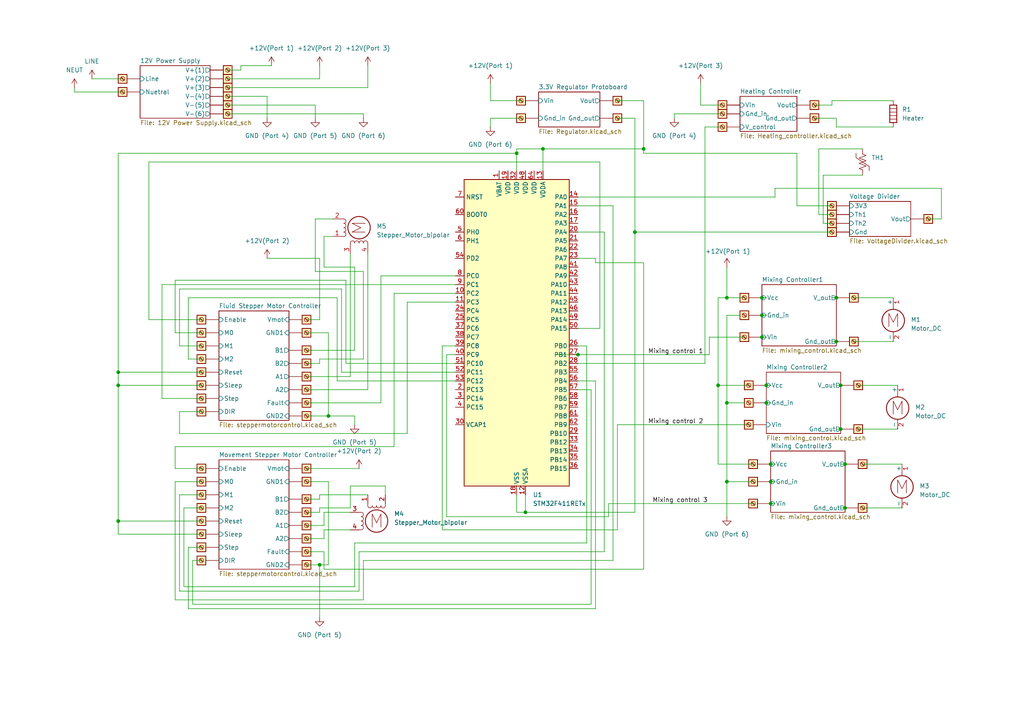
<source format=kicad_sch>
(kicad_sch (version 20250114) (generator "eeschema") (generator_version "9.0")
  (paper "A4")
  (title_block (title "Wet Dry Cycling Engineering Schematic") (date "2025-05-05") (rev "V1.3"))
  (lib_symbols
    (symbol "Connector:Screw_Terminal_01x01" (pin_numbers (hide yes)) (pin_names (offset 1.016) (hide yes))
      (property "Reference" "J" (at 0 2.54 0))
      (property "Value" "Screw_Terminal_01x01" (at 0 -2.54 0))
      (symbol "Screw_Terminal_01x01_1_1"
        (rectangle (start -1.27 1.27) (end 1.27 -1.27) (stroke (width 0.254)) (fill (type background)))
        (polyline (pts (xy -0.5334 0.3302) (xy 0.3302 -0.508)) (stroke (width 0.1524)))
        (polyline (pts (xy -0.3556 0.508) (xy 0.508 -0.3302)) (stroke (width 0.1524)))
        (circle (center 0 0) (radius 0.635) (stroke (width 0.1524)))
        (pin passive line (at -5.08 0 0) (length 3.81) (name "Pin_1") (number "1"))
      )
    )
    (symbol "Device:Heater" (pin_numbers (hide yes)) (pin_names (offset 0))
      (property "Reference" "R" (at 2.032 0 90))
      (property "Value" "Heater" (at -2.032 0 90))
      (symbol "Heater_0_1"
        (polyline (pts (xy -1.016 1.524) (xy 1.016 1.524)))
        (rectangle (start -1.016 -2.54) (end 1.016 2.54) (stroke (width 0.254)))
        (polyline (pts (xy 1.016 0.508) (xy -1.016 0.508)))
        (polyline (pts (xy 1.016 -0.508) (xy -1.016 -0.508)))
        (polyline (pts (xy 1.016 -1.524) (xy -1.016 -1.524)))
      )
      (symbol "Heater_1_1"
        (pin passive line (at 0 3.81 270) (length 1.27) (name "~") (number "1"))
        (pin passive line (at 0 -3.81 90) (length 1.27) (name "~") (number "2"))
      )
    )
    (symbol "Device:Thermistor_US" (pin_numbers (hide yes)) (pin_names (offset 0))
      (property "Reference" "TH" (at 2.54 1.27 90))
      (property "Value" "Thermistor_US" (at -2.54 0 90))
      (symbol "Thermistor_US_0_1"
        (polyline (pts (xy -1.905 2.54) (xy -1.905 1.27) (xy 1.905 -1.27)))
        (polyline (pts (xy 0 2.286) (xy 0 2.54)))
        (polyline (pts (xy 0 2.286) (xy 1.016 1.905) (xy 0 1.524) (xy -1.016 1.143) (xy 0 0.762)))
        (polyline (pts (xy 0 0.762) (xy 1.016 0.381) (xy 0 0) (xy -1.016 -0.381) (xy 0 -0.762)))
        (polyline (pts (xy 0 -0.762) (xy 1.016 -1.143) (xy 0 -1.524) (xy -1.016 -1.905) (xy 0 -2.286)))
        (polyline (pts (xy 0 -2.286) (xy 0 -2.54)))
        (polyline (pts (xy 1.905 -1.27) (xy 1.905 -2.54)))
      )
      (symbol "Thermistor_US_1_1"
        (pin passive line (at 0 3.81 270) (length 1.27) (name "~") (number "1"))
        (pin passive line (at 0 -3.81 90) (length 1.27) (name "~") (number "2"))
      )
    )
    (symbol "MCU_ST_STM32F4:STM32F411RETx"
      (property "Reference" "U" (at -15.24 46.99 0))
      (property "Value" "STM32F411RETx" (at 10.16 46.99 0))
      (symbol "STM32F411RETx_0_1"
        (rectangle (start -15.24 -43.18) (end 15.24 45.72) (stroke (width 0.254)) (fill (type background)))
      )
      (symbol "STM32F411RETx_1_1"
        (pin input line (at -17.78 40.64 0) (length 2.54) (name "NRST") (number "7"))
        (pin input line (at -17.78 35.56 0) (length 2.54) (name "BOOT0") (number "60"))
        (pin bidirectional line (at -17.78 30.48 0) (length 2.54) (name "PH0") (number "5"))
        (pin bidirectional line (at -17.78 27.94 0) (length 2.54) (name "PH1") (number "6"))
        (pin bidirectional line (at -17.78 22.86 0) (length 2.54) (name "PD2") (number "54"))
        (pin bidirectional line (at -17.78 17.78 0) (length 2.54) (name "PC0") (number "8"))
        (pin bidirectional line (at -17.78 15.24 0) (length 2.54) (name "PC1") (number "9"))
        (pin bidirectional line (at -17.78 12.7 0) (length 2.54) (name "PC2") (number "10"))
        (pin bidirectional line (at -17.78 10.16 0) (length 2.54) (name "PC3") (number "11"))
        (pin bidirectional line (at -17.78 7.62 0) (length 2.54) (name "PC4") (number "24"))
        (pin bidirectional line (at -17.78 5.08 0) (length 2.54) (name "PC5") (number "25"))
        (pin bidirectional line (at -17.78 2.54 0) (length 2.54) (name "PC6") (number "37"))
        (pin bidirectional line (at -17.78 0 0) (length 2.54) (name "PC7") (number "38"))
        (pin bidirectional line (at -17.78 -2.54 0) (length 2.54) (name "PC8") (number "39"))
        (pin bidirectional line (at -17.78 -5.08 0) (length 2.54) (name "PC9") (number "40"))
        (pin bidirectional line (at -17.78 -7.62 0) (length 2.54) (name "PC10") (number "51"))
        (pin bidirectional line (at -17.78 -10.16 0) (length 2.54) (name "PC11") (number "52"))
        (pin bidirectional line (at -17.78 -12.7 0) (length 2.54) (name "PC12") (number "53"))
        (pin bidirectional line (at -17.78 -15.24 0) (length 2.54) (name "PC13") (number "2"))
        (pin bidirectional line (at -17.78 -17.78 0) (length 2.54) (name "PC14") (number "3"))
        (pin bidirectional line (at -17.78 -20.32 0) (length 2.54) (name "PC15") (number "4"))
        (pin power_out line (at -17.78 -25.4 0) (length 2.54) (name "VCAP1") (number "30"))
        (pin power_in line (at -5.08 48.26 270) (length 2.54) (name "VBAT") (number "1"))
        (pin power_in line (at -2.54 48.26 270) (length 2.54) (name "VDD") (number "19"))
        (pin power_in line (at 0 48.26 270) (length 2.54) (name "VDD") (number "32"))
        (pin power_in line (at 0 -45.72 90) (length 2.54) (name "VSS") (number "18"))
        (pin passive line (at 0 -45.72 90) (length 2.54) (hide yes) (name "VSS") (number "31"))
        (pin passive line (at 0 -45.72 90) (length 2.54) (hide yes) (name "VSS") (number "47"))
        (pin passive line (at 0 -45.72 90) (length 2.54) (hide yes) (name "VSS") (number "63"))
        (pin power_in line (at 2.54 48.26 270) (length 2.54) (name "VDD") (number "48"))
        (pin power_in line (at 2.54 -45.72 90) (length 2.54) (name "VSSA") (number "12"))
        (pin power_in line (at 5.08 48.26 270) (length 2.54) (name "VDD") (number "64"))
        (pin power_in line (at 7.62 48.26 270) (length 2.54) (name "VDDA") (number "13"))
        (pin bidirectional line (at 17.78 40.64 180) (length 2.54) (name "PA0") (number "14"))
        (pin bidirectional line (at 17.78 38.1 180) (length 2.54) (name "PA1") (number "15"))
        (pin bidirectional line (at 17.78 35.56 180) (length 2.54) (name "PA2") (number "16"))
        (pin bidirectional line (at 17.78 33.02 180) (length 2.54) (name "PA3") (number "17"))
        (pin bidirectional line (at 17.78 30.48 180) (length 2.54) (name "PA4") (number "20"))
        (pin bidirectional line (at 17.78 27.94 180) (length 2.54) (name "PA5") (number "21"))
        (pin bidirectional line (at 17.78 25.4 180) (length 2.54) (name "PA6") (number "22"))
        (pin bidirectional line (at 17.78 22.86 180) (length 2.54) (name "PA7") (number "23"))
        (pin bidirectional line (at 17.78 20.32 180) (length 2.54) (name "PA8") (number "41"))
        (pin bidirectional line (at 17.78 17.78 180) (length 2.54) (name "PA9") (number "42"))
        (pin bidirectional line (at 17.78 15.24 180) (length 2.54) (name "PA10") (number "43"))
        (pin bidirectional line (at 17.78 12.7 180) (length 2.54) (name "PA11") (number "44"))
        (pin bidirectional line (at 17.78 10.16 180) (length 2.54) (name "PA12") (number "45"))
        (pin bidirectional line (at 17.78 7.62 180) (length 2.54) (name "PA13") (number "46"))
        (pin bidirectional line (at 17.78 5.08 180) (length 2.54) (name "PA14") (number "49"))
        (pin bidirectional line (at 17.78 2.54 180) (length 2.54) (name "PA15") (number "50"))
        (pin bidirectional line (at 17.78 -2.54 180) (length 2.54) (name "PB0") (number "26"))
        (pin bidirectional line (at 17.78 -5.08 180) (length 2.54) (name "PB1") (number "27"))
        (pin bidirectional line (at 17.78 -7.62 180) (length 2.54) (name "PB2") (number "28"))
        (pin bidirectional line (at 17.78 -10.16 180) (length 2.54) (name "PB3") (number "55"))
        (pin bidirectional line (at 17.78 -12.7 180) (length 2.54) (name "PB4") (number "56"))
        (pin bidirectional line (at 17.78 -15.24 180) (length 2.54) (name "PB5") (number "57"))
        (pin bidirectional line (at 17.78 -17.78 180) (length 2.54) (name "PB6") (number "58"))
        (pin bidirectional line (at 17.78 -20.32 180) (length 2.54) (name "PB7") (number "59"))
        (pin bidirectional line (at 17.78 -22.86 180) (length 2.54) (name "PB8") (number "61"))
        (pin bidirectional line (at 17.78 -25.4 180) (length 2.54) (name "PB9") (number "62"))
        (pin bidirectional line (at 17.78 -27.94 180) (length 2.54) (name "PB10") (number "29"))
        (pin bidirectional line (at 17.78 -30.48 180) (length 2.54) (name "PB12") (number "33"))
        (pin bidirectional line (at 17.78 -33.02 180) (length 2.54) (name "PB13") (number "34"))
        (pin bidirectional line (at 17.78 -35.56 180) (length 2.54) (name "PB14") (number "35"))
        (pin bidirectional line (at 17.78 -38.1 180) (length 2.54) (name "PB15") (number "36"))
      )
    )
    (symbol "Motor:Motor_DC" (pin_names (offset 0))
      (property "Reference" "M" (at 2.54 2.54 0))
      (property "Value" "Motor_DC" (at 2.54 -5.08 0))
      (symbol "Motor_DC_0_0"
        (polyline (pts (xy -1.27 -3.302) (xy -1.27 0.508) (xy 0 -2.032) (xy 1.27 0.508) (xy 1.27 -3.302)))
      )
      (symbol "Motor_DC_0_1"
        (polyline (pts (xy 0 2.032) (xy 0 2.54)))
        (polyline (pts (xy 0 1.7272) (xy 0 2.0828)))
        (circle (center 0 -1.524) (radius 3.2512) (stroke (width 0.254)))
        (polyline (pts (xy 0 -4.7752) (xy 0 -5.1816)))
        (polyline (pts (xy 0 -7.62) (xy 0 -7.112)))
      )
      (symbol "Motor_DC_1_1"
        (pin passive line (at 0 5.08 270) (length 2.54) (name "+") (number "1"))
        (pin passive line (at 0 -7.62 90) (length 2.54) (name "-") (number "2"))
      )
    )
    (symbol "Motor:Stepper_Motor_bipolar" (pin_names (offset 0) (hide yes))
      (property "Reference" "M" (at 3.81 2.54 0))
      (property "Value" "Stepper_Motor_bipolar" (at 3.81 1.27 0))
      (symbol "Stepper_Motor_bipolar_0_0"
        (polyline (pts (xy -1.27 -1.778) (xy -1.27 2.032) (xy 0 -0.508) (xy 1.27 2.032) (xy 1.27 -1.778)))
      )
      (symbol "Stepper_Motor_bipolar_0_1"
        (polyline (pts (xy -5.08 2.54) (xy -4.445 2.54)))
        (polyline (pts (xy -5.08 -2.54) (xy -4.445 -2.54)))
        (arc (start -4.445 2.54) (mid -3.8127 1.905) (end -4.445 1.27))
        (arc (start -4.445 1.27) (mid -3.8127 0.635) (end -4.445 0))
        (arc (start -4.445 0) (mid -3.8127 -0.635) (end -4.445 -1.27))
        (arc (start -4.445 -1.27) (mid -3.8127 -1.905) (end -4.445 -2.54))
        (polyline (pts (xy -2.54 5.08) (xy -2.54 4.445)))
        (arc (start -1.27 4.445) (mid -1.905 3.8127) (end -2.54 4.445))
        (arc (start 0 4.445) (mid -0.635 3.8127) (end -1.27 4.445))
        (circle (center 0 0) (radius 3.2512) (stroke (width 0.254)))
        (arc (start 1.27 4.445) (mid 0.635 3.8127) (end 0 4.445))
        (arc (start 2.54 4.445) (mid 1.905 3.8127) (end 1.27 4.445))
        (polyline (pts (xy 2.54 5.08) (xy 2.54 4.445)))
      )
      (symbol "Stepper_Motor_bipolar_1_1"
        (pin passive line (at -7.62 2.54 0) (length 2.54) (name "~") (number "3"))
        (pin passive line (at -7.62 -2.54 0) (length 2.54) (name "~") (number "4"))
        (pin passive line (at -2.54 7.62 270) (length 2.54) (name "~") (number "1"))
        (pin passive line (at 2.54 7.62 270) (length 2.54) (name "-") (number "2"))
      )
    )
    (symbol "power:+12V" (power) (pin_numbers (hide yes)) (pin_names (offset 0) (hide yes))
      (property "Value" "+12V" (at 0 3.556 0))
      (symbol "+12V_0_1"
        (polyline (pts (xy -0.762 1.27) (xy 0 2.54)))
        (polyline (pts (xy 0 2.54) (xy 0.762 1.27)))
        (polyline (pts (xy 0 0) (xy 0 2.54)))
      )
      (symbol "+12V_1_1"
        (pin power_in line (at 0 0 90) (length 0) (name "~") (number "1"))
      )
    )
    (symbol "power:GND" (power) (pin_numbers (hide yes)) (pin_names (offset 0) (hide yes))
      (property "Value" "GND" (at 0 -3.81 0))
      (symbol "GND_0_1"
        (polyline (pts (xy 0 0) (xy 0 -1.27) (xy 1.27 -1.27) (xy 0 -2.54) (xy -1.27 -1.27) (xy 0 -1.27)))
      )
      (symbol "GND_1_1"
        (pin power_in line (at 0 0 270) (length 0) (name "~") (number "1"))
      )
    )
    (symbol "power:LINE" (power) (pin_numbers (hide yes)) (pin_names (offset 0) (hide yes))
      (property "Value" "LINE" (at 0 3.556 0))
      (symbol "LINE_0_1"
        (polyline (pts (xy -0.762 1.27) (xy 0 2.54)))
        (polyline (pts (xy 0 2.54) (xy 0.762 1.27)))
        (polyline (pts (xy 0 0) (xy 0 2.54)))
      )
      (symbol "LINE_1_1"
        (pin power_in line (at 0 0 90) (length 0) (name "~") (number "1"))
      )
    )
    (symbol "power:NEUT" (power) (pin_numbers (hide yes)) (pin_names (offset 0) (hide yes))
      (property "Value" "NEUT" (at 0 3.556 0))
      (symbol "NEUT_0_1"
        (polyline (pts (xy -0.762 1.27) (xy 0 2.54)))
        (polyline (pts (xy 0 2.54) (xy 0.762 1.27)))
        (polyline (pts (xy 0 0) (xy 0 2.54)))
      )
      (symbol "NEUT_1_1"
        (pin power_in line (at 0 0 90) (length 0) (name "~") (number "1"))
      )
    )
  )
  (junction (at 157.48 43.18))
  (junction (at 222.25 116.84))
  (junction (at 223.52 146.05))
  (junction (at 95.25 120.65))
  (junction (at 243.84 111.76))
  (junction (at 220.98 97.79))
  (junction (at 149.86 44.45))
  (junction (at 210.82 116.84))
  (junction (at 223.52 134.62))
  (junction (at 210.82 139.7))
  (junction (at 223.52 139.7))
  (junction (at 167.64 102.87))
  (junction (at 184.15 67.31))
  (junction (at 245.11 134.62))
  (junction (at 220.98 91.44))
  (junction (at 34.29 107.95))
  (junction (at 242.57 86.36))
  (junction (at 243.84 124.46))
  (junction (at 208.28 111.76))
  (junction (at 34.29 111.76))
  (junction (at 222.25 111.76))
  (junction (at 210.82 86.36))
  (junction (at 186.69 43.18))
  (junction (at 245.11 147.32))
  (junction (at 242.57 99.06))
  (junction (at 34.29 151.13))
  (junction (at 92.71 163.83))
  (junction (at 152.4 148.59))
  (junction (at 220.98 86.36))
  (wire (pts (xy 161.29 102.87) (xy 167.64 102.87)))
  (wire (pts (xy 210.82 116.84) (xy 210.82 139.7)))
  (wire (pts (xy 102.87 77.47) (xy 102.87 101.6)))
  (wire (pts (xy 92.71 163.83) (xy 92.71 179.07)))
  (wire (pts (xy 101.6 148.59) (xy 93.98 148.59)))
  (wire (pts (xy 224.79 54.61) (xy 273.05 54.61)))
  (wire (pts (xy 167.64 59.69) (xy 177.8 59.69)))
  (wire (pts (xy 88.9 120.65) (xy 95.25 120.65)))
  (wire (pts (xy 224.79 57.15) (xy 224.79 54.61)))
  (wire (pts (xy 149.86 143.51) (xy 149.86 148.59)))
  (wire (pts (xy 88.9 109.22) (xy 101.6 109.22)))
  (wire (pts (xy 149.86 43.18) (xy 157.48 43.18)))
  (wire (pts (xy 273.05 54.61) (xy 273.05 63.5)))
  (wire (pts (xy 106.68 143.51) (xy 92.71 143.51)))
  (wire (pts (xy 114.3 129.54) (xy 50.8 129.54)))
  (wire (pts (xy 132.08 82.55) (xy 46.99 82.55)))
  (wire (pts (xy 92.71 19.05) (xy 92.71 22.86)))
  (wire (pts (xy 88.9 144.78) (xy 92.71 144.78)))
  (wire (pts (xy 132.08 110.49) (xy 97.79 110.49)))
  (wire (pts (xy 92.71 147.32) (xy 92.71 148.59)))
  (wire (pts (xy 184.15 67.31) (xy 241.3 67.31)))
  (wire (pts (xy 128.27 100.33) (xy 128.27 153.67)))
  (wire (pts (xy 34.29 107.95) (xy 34.29 111.76)))
  (wire (pts (xy 102.87 120.65) (xy 95.25 120.65)))
  (wire (pts (xy 167.64 67.31) (xy 175.26 67.31)))
  (wire (pts (xy 172.72 76.2) (xy 186.69 76.2)))
  (wire (pts (xy 247.65 86.36) (xy 259.08 86.36)))
  (wire (pts (xy 204.47 36.83) (xy 209.55 36.83)))
  (wire (pts (xy 149.86 148.59) (xy 152.4 148.59)))
  (wire (pts (xy 53.34 170.18) (xy 53.34 147.32)))
  (wire (pts (xy 53.34 147.32) (xy 58.42 147.32)))
  (wire (pts (xy 46.99 82.55) (xy 46.99 115.57)))
  (wire (pts (xy 205.74 97.79) (xy 215.9 97.79)))
  (wire (pts (xy 129.54 102.87) (xy 129.54 149.86)))
  (wire (pts (xy 118.11 125.73) (xy 52.07 125.73)))
  (wire (pts (xy 88.9 163.83) (xy 92.71 163.83)))
  (wire (pts (xy 210.82 139.7) (xy 210.82 149.86)))
  (wire (pts (xy 43.18 46.99) (xy 43.18 92.71)))
  (wire (pts (xy 97.79 110.49) (xy 97.79 86.36)))
  (wire (pts (xy 21.59 25.4) (xy 21.59 26.67)))
  (wire (pts (xy 248.92 124.46) (xy 260.35 124.46)))
  (wire (pts (xy 149.86 44.45) (xy 149.86 49.53)))
  (wire (pts (xy 186.69 29.21) (xy 186.69 43.18)))
  (wire (pts (xy 186.69 76.2) (xy 186.69 165.1)))
  (wire (pts (xy 96.52 68.58) (xy 93.98 68.58)))
  (wire (pts (xy 110.49 80.01) (xy 110.49 116.84)))
  (wire (pts (xy 34.29 151.13) (xy 58.42 151.13)))
  (wire (pts (xy 88.9 96.52) (xy 95.25 96.52)))
  (wire (pts (xy 132.08 105.41) (xy 100.33 105.41)))
  (wire (pts (xy 142.24 29.21) (xy 151.13 29.21)))
  (wire (pts (xy 50.8 81.28) (xy 50.8 96.52)))
  (wire (pts (xy 54.61 86.36) (xy 54.61 104.14)))
  (wire (pts (xy 250.19 43.18) (xy 237.49 43.18)))
  (wire (pts (xy 88.9 139.7) (xy 95.25 139.7)))
  (wire (pts (xy 132.08 107.95) (xy 99.06 107.95)))
  (wire (pts (xy 92.71 104.14) (xy 92.71 105.41)))
  (wire (pts (xy 54.61 104.14) (xy 58.42 104.14)))
  (wire (pts (xy 52.07 171.45) (xy 52.07 143.51)))
  (wire (pts (xy 93.98 165.1) (xy 93.98 160.02)))
  (wire (pts (xy 238.76 64.77) (xy 241.3 64.77)))
  (wire (pts (xy 210.82 77.47) (xy 210.82 86.36)))
  (wire (pts (xy 105.41 104.14) (xy 92.71 104.14)))
  (wire (pts (xy 175.26 67.31) (xy 175.26 160.02)))
  (wire (pts (xy 52.07 100.33) (xy 58.42 100.33)))
  (wire (pts (xy 92.71 163.83) (xy 95.25 163.83)))
  (wire (pts (xy 210.82 86.36) (xy 215.9 86.36)))
  (wire (pts (xy 118.11 87.63) (xy 118.11 125.73)))
  (wire (pts (xy 149.86 44.45) (xy 34.29 44.45)))
  (wire (pts (xy 21.59 26.67) (xy 35.56 26.67)))
  (wire (pts (xy 177.8 162.56) (xy 105.41 162.56)))
  (wire (pts (xy 101.6 73.66) (xy 101.6 109.22)))
  (wire (pts (xy 128.27 153.67) (xy 179.07 153.67)))
  (wire (pts (xy 208.28 111.76) (xy 217.17 111.76)))
  (wire (pts (xy 88.9 116.84) (xy 110.49 116.84)))
  (wire (pts (xy 167.64 113.03) (xy 171.45 113.03)))
  (wire (pts (xy 88.9 101.6) (xy 102.87 101.6)))
  (wire (pts (xy 91.44 78.74) (xy 105.41 78.74)))
  (wire (pts (xy 250.19 50.8) (xy 238.76 50.8)))
  (wire (pts (xy 157.48 43.18) (xy 186.69 43.18)))
  (wire (pts (xy 170.18 100.33) (xy 170.18 157.48)))
  (wire (pts (xy 142.24 24.13) (xy 142.24 29.21)))
  (wire (pts (xy 114.3 85.09) (xy 114.3 129.54)))
  (wire (pts (xy 250.19 134.62) (xy 261.62 134.62)))
  (wire (pts (xy 100.33 81.28) (xy 50.8 81.28)))
  (wire (pts (xy 210.82 116.84) (xy 215.9 116.84)))
  (wire (pts (xy 208.28 134.62) (xy 218.44 134.62)))
  (wire (pts (xy 220.98 91.44) (xy 222.25 91.44)))
  (wire (pts (xy 77.47 34.29) (xy 77.47 27.94)))
  (wire (pts (xy 210.82 139.7) (xy 218.44 139.7)))
  (wire (pts (xy 222.25 111.76) (xy 223.52 111.76)))
  (wire (pts (xy 175.26 160.02) (xy 104.14 160.02)))
  (wire (pts (xy 132.08 80.01) (xy 110.49 80.01)))
  (wire (pts (xy 132.08 100.33) (xy 128.27 100.33)))
  (wire (pts (xy 203.2 30.48) (xy 209.55 30.48)))
  (wire (pts (xy 167.64 100.33) (xy 170.18 100.33)))
  (wire (pts (xy 243.84 147.32) (xy 245.11 147.32)))
  (wire (pts (xy 26.67 22.86) (xy 35.56 22.86)))
  (wire (pts (xy 97.79 86.36) (xy 54.61 86.36)))
  (wire (pts (xy 259.08 29.21) (xy 241.3 29.21)))
  (wire (pts (xy 205.74 97.79) (xy 205.74 102.87)))
  (wire (pts (xy 167.64 102.87) (xy 205.74 102.87)))
  (wire (pts (xy 93.98 153.67) (xy 93.98 156.21)))
  (wire (pts (xy 142.24 34.29) (xy 151.13 34.29)))
  (wire (pts (xy 66.04 27.94) (xy 77.47 27.94)))
  (wire (pts (xy 93.98 77.47) (xy 102.87 77.47)))
  (wire (pts (xy 105.41 162.56) (xy 105.41 173.99)))
  (wire (pts (xy 195.58 33.02) (xy 209.55 33.02)))
  (wire (pts (xy 242.57 124.46) (xy 243.84 124.46)))
  (wire (pts (xy 237.49 43.18) (xy 237.49 62.23)))
  (wire (pts (xy 179.07 29.21) (xy 186.69 29.21)))
  (wire (pts (xy 34.29 107.95) (xy 58.42 107.95)))
  (wire (pts (xy 88.9 92.71) (xy 92.71 92.71)))
  (wire (pts (xy 106.68 19.05) (xy 106.68 25.4)))
  (wire (pts (xy 208.28 111.76) (xy 208.28 134.62)))
  (wire (pts (xy 102.87 123.19) (xy 102.87 120.65)))
  (wire (pts (xy 50.8 96.52) (xy 58.42 96.52)))
  (wire (pts (xy 55.88 162.56) (xy 58.42 162.56)))
  (wire (pts (xy 52.07 119.38) (xy 58.42 119.38)))
  (wire (pts (xy 43.18 92.71) (xy 58.42 92.71)))
  (wire (pts (xy 88.9 152.4) (xy 93.98 152.4)))
  (wire (pts (xy 167.64 110.49) (xy 172.72 110.49)))
  (wire (pts (xy 92.71 143.51) (xy 92.71 144.78)))
  (wire (pts (xy 220.98 97.79) (xy 222.25 97.79)))
  (wire (pts (xy 58.42 111.76) (xy 34.29 111.76)))
  (wire (pts (xy 223.52 134.62) (xy 224.79 134.62)))
  (wire (pts (xy 195.58 34.29) (xy 195.58 33.02)))
  (wire (pts (xy 93.98 148.59) (xy 93.98 152.4)))
  (wire (pts (xy 99.06 107.95) (xy 99.06 83.82)))
  (wire (pts (xy 167.64 95.25) (xy 173.99 95.25)))
  (wire (pts (xy 95.25 96.52) (xy 95.25 120.65)))
  (wire (pts (xy 173.99 95.25) (xy 173.99 46.99)))
  (wire (pts (xy 231.14 44.45) (xy 231.14 59.69)))
  (wire (pts (xy 152.4 148.59) (xy 184.15 148.59)))
  (wire (pts (xy 157.48 49.53) (xy 157.48 43.18)))
  (wire (pts (xy 236.22 30.48) (xy 241.3 30.48)))
  (wire (pts (xy 132.08 87.63) (xy 118.11 87.63)))
  (wire (pts (xy 172.72 74.93) (xy 167.64 74.93)))
  (wire (pts (xy 210.82 86.36) (xy 208.28 86.36)))
  (wire (pts (xy 105.41 34.29) (xy 105.41 33.02)))
  (wire (pts (xy 172.72 176.53) (xy 54.61 176.53)))
  (wire (pts (xy 50.8 173.99) (xy 50.8 139.7)))
  (wire (pts (xy 104.14 171.45) (xy 52.07 171.45)))
  (wire (pts (xy 66.04 30.48) (xy 91.44 30.48)))
  (wire (pts (xy 100.33 105.41) (xy 100.33 81.28)))
  (wire (pts (xy 66.04 20.32) (xy 69.85 20.32)))
  (wire (pts (xy 105.41 78.74) (xy 105.41 104.14)))
  (wire (pts (xy 152.4 143.51) (xy 152.4 148.59)))
  (wire (pts (xy 242.57 36.83) (xy 242.57 34.29)))
  (wire (pts (xy 92.71 74.93) (xy 92.71 92.71)))
  (wire (pts (xy 171.45 175.26) (xy 55.88 175.26)))
  (wire (pts (xy 101.6 140.97) (xy 101.6 147.32)))
  (wire (pts (xy 101.6 147.32) (xy 92.71 147.32)))
  (wire (pts (xy 149.86 43.18) (xy 149.86 44.45)))
  (wire (pts (xy 208.28 86.36) (xy 208.28 111.76)))
  (wire (pts (xy 78.74 19.05) (xy 69.85 19.05)))
  (wire (pts (xy 104.14 160.02) (xy 104.14 171.45)))
  (wire (pts (xy 242.57 111.76) (xy 243.84 111.76)))
  (wire (pts (xy 241.3 99.06) (xy 242.57 99.06)))
  (wire (pts (xy 176.53 146.05) (xy 176.53 149.86)))
  (wire (pts (xy 101.6 153.67) (xy 93.98 153.67)))
  (wire (pts (xy 237.49 62.23) (xy 241.3 62.23)))
  (wire (pts (xy 50.8 139.7) (xy 58.42 139.7)))
  (wire (pts (xy 91.44 63.5) (xy 91.44 78.74)))
  (wire (pts (xy 247.65 99.06) (xy 259.08 99.06)))
  (wire (pts (xy 210.82 91.44) (xy 210.82 116.84)))
  (wire (pts (xy 96.52 63.5) (xy 91.44 63.5)))
  (wire (pts (xy 34.29 44.45) (xy 34.29 107.95)))
  (wire (pts (xy 204.47 105.41) (xy 204.47 36.83)))
  (wire (pts (xy 91.44 34.29) (xy 91.44 30.48)))
  (wire (pts (xy 102.87 157.48) (xy 102.87 170.18)))
  (wire (pts (xy 52.07 143.51) (xy 58.42 143.51)))
  (wire (pts (xy 34.29 154.94) (xy 58.42 154.94)))
  (wire (pts (xy 241.3 86.36) (xy 242.57 86.36)))
  (wire (pts (xy 243.84 134.62) (xy 245.11 134.62)))
  (wire (pts (xy 210.82 91.44) (xy 214.63 91.44)))
  (wire (pts (xy 54.61 176.53) (xy 54.61 158.75)))
  (wire (pts (xy 102.87 170.18) (xy 53.34 170.18)))
  (wire (pts (xy 111.76 140.97) (xy 101.6 140.97)))
  (wire (pts (xy 106.68 73.66) (xy 106.68 113.03)))
  (wire (pts (xy 77.47 74.93) (xy 92.71 74.93)))
  (wire (pts (xy 88.9 148.59) (xy 92.71 148.59)))
  (wire (pts (xy 248.92 111.76) (xy 260.35 111.76)))
  (wire (pts (xy 186.69 44.45) (xy 231.14 44.45)))
  (wire (pts (xy 223.52 139.7) (xy 224.79 139.7)))
  (wire (pts (xy 167.64 105.41) (xy 204.47 105.41)))
  (wire (pts (xy 88.9 135.89) (xy 104.14 135.89)))
  (wire (pts (xy 223.52 146.05) (xy 224.79 146.05)))
  (wire (pts (xy 111.76 143.51) (xy 111.76 140.97)))
  (wire (pts (xy 167.64 57.15) (xy 224.79 57.15)))
  (wire (pts (xy 170.18 157.48) (xy 102.87 157.48)))
  (wire (pts (xy 52.07 125.73) (xy 52.07 119.38)))
  (wire (pts (xy 184.15 148.59) (xy 184.15 67.31)))
  (wire (pts (xy 34.29 151.13) (xy 34.29 154.94)))
  (wire (pts (xy 93.98 68.58) (xy 93.98 77.47)))
  (wire (pts (xy 238.76 50.8) (xy 238.76 64.77)))
  (wire (pts (xy 50.8 129.54) (xy 50.8 135.89)))
  (wire (pts (xy 46.99 115.57) (xy 58.42 115.57)))
  (wire (pts (xy 88.9 160.02) (xy 93.98 160.02)))
  (wire (pts (xy 177.8 59.69) (xy 177.8 162.56)))
  (wire (pts (xy 269.24 63.5) (xy 273.05 63.5)))
  (wire (pts (xy 142.24 36.83) (xy 142.24 34.29)))
  (wire (pts (xy 88.9 156.21) (xy 93.98 156.21)))
  (wire (pts (xy 184.15 67.31) (xy 184.15 34.29)))
  (wire (pts (xy 179.07 153.67) (xy 179.07 123.19)))
  (wire (pts (xy 179.07 123.19) (xy 217.17 123.19)))
  (wire (pts (xy 220.98 86.36) (xy 222.25 86.36)))
  (wire (pts (xy 105.41 173.99) (xy 50.8 173.99)))
  (wire (pts (xy 172.72 76.2) (xy 172.72 74.93)))
  (wire (pts (xy 241.3 29.21) (xy 241.3 30.48)))
  (wire (pts (xy 66.04 22.86) (xy 92.71 22.86)))
  (wire (pts (xy 50.8 135.89) (xy 58.42 135.89)))
  (wire (pts (xy 173.99 46.99) (xy 43.18 46.99)))
  (wire (pts (xy 69.85 19.05) (xy 69.85 20.32)))
  (wire (pts (xy 132.08 102.87) (xy 129.54 102.87)))
  (wire (pts (xy 176.53 146.05) (xy 218.44 146.05)))
  (wire (pts (xy 231.14 59.69) (xy 241.3 59.69)))
  (wire (pts (xy 179.07 34.29) (xy 184.15 34.29)))
  (wire (pts (xy 93.98 165.1) (xy 186.69 165.1)))
  (wire (pts (xy 236.22 34.29) (xy 242.57 34.29)))
  (wire (pts (xy 55.88 175.26) (xy 55.88 162.56)))
  (wire (pts (xy 34.29 111.76) (xy 34.29 151.13)))
  (wire (pts (xy 54.61 158.75) (xy 58.42 158.75)))
  (wire (pts (xy 95.25 139.7) (xy 95.25 163.83)))
  (wire (pts (xy 88.9 105.41) (xy 92.71 105.41)))
  (wire (pts (xy 88.9 113.03) (xy 106.68 113.03)))
  (wire (pts (xy 250.19 147.32) (xy 261.62 147.32)))
  (wire (pts (xy 66.04 33.02) (xy 105.41 33.02)))
  (wire (pts (xy 186.69 44.45) (xy 186.69 43.18)))
  (wire (pts (xy 172.72 110.49) (xy 172.72 176.53)))
  (wire (pts (xy 66.04 25.4) (xy 106.68 25.4)))
  (wire (pts (xy 99.06 83.82) (xy 52.07 83.82)))
  (wire (pts (xy 222.25 116.84) (xy 223.52 116.84)))
  (wire (pts (xy 132.08 85.09) (xy 114.3 85.09)))
  (wire (pts (xy 171.45 113.03) (xy 171.45 175.26)))
  (wire (pts (xy 52.07 83.82) (xy 52.07 100.33)))
  (wire (pts (xy 203.2 24.13) (xy 203.2 30.48)))
  (wire (pts (xy 259.08 36.83) (xy 242.57 36.83)))
  (wire (pts (xy 129.54 149.86) (xy 176.53 149.86)))
  (label "Mixing control 2" (at 187.96 123.19 0))
  (label "Mixing control 3" (at 189.23 146.05 0))
  (label "Mixing control 1" (at 187.96 102.87 0))
  (symbol (lib_id "Connector:Screw_Terminal_01x01") (at 88.9 101.6 0) (unit 1)
    (property "Reference" "J26" (effects (hide yes)))
    (property "Description" "Generic screw terminal, single row, 01x01, script generated (kicad-library-utils/schlib/autogen/connector/)" (effects (hide yes)))
  )
  (symbol (lib_id "Connector:Screw_Terminal_01x01") (at 217.17 123.19 180) (unit 1)
    (property "Reference" "J6" (effects (hide yes)))
    (property "Description" "Generic screw terminal, single row, 01x01, script generated (kicad-library-utils/schlib/autogen/connector/)" (effects (hide yes)))
  )
  (symbol (lib_id "Motor:Motor_DC") (at 259.08 91.44 0) (unit 1)
    (property "Reference" "M1" (at 264.16 92.7099 0) (effects (justify left)))
    (property "Value" "Motor_DC" (at 264.16 95.2499 0) (effects (justify left)))
    (property "Description" "DC Motor" (effects (hide yes)))
  )
  (symbol (lib_id "power:GND") (at 195.58 34.29 0) (unit 1)
    (property "Reference" "#PWR014" (effects (hide yes)))
    (property "Value" "GND (Port 4)" (at 195.58 39.37 0))
    (property "Description" "Power symbol creates a global label with name \"GND\" , ground" (effects (hide yes)))
  )
  (symbol (lib_id "Connector:Screw_Terminal_01x01") (at 58.42 107.95 180) (unit 1)
    (property "Reference" "J20" (effects (hide yes)))
    (property "Description" "Generic screw terminal, single row, 01x01, script generated (kicad-library-utils/schlib/autogen/connector/)" (effects (hide yes)))
  )
  (symbol (lib_id "Connector:Screw_Terminal_01x01") (at 66.04 33.02 0) (unit 1)
    (property "Reference" "J55" (effects (hide yes)))
    (property "Description" "Generic screw terminal, single row, 01x01, script generated (kicad-library-utils/schlib/autogen/connector/)" (effects (hide yes)))
  )
  (symbol (lib_id "Connector:Screw_Terminal_01x01") (at 58.42 158.75 180) (unit 1)
    (property "Reference" "J38" (effects (hide yes)))
    (property "Description" "Generic screw terminal, single row, 01x01, script generated (kicad-library-utils/schlib/autogen/connector/)" (effects (hide yes)))
  )
  (symbol (lib_id "Connector:Screw_Terminal_01x01") (at 236.22 34.29 0) (unit 1)
    (property "Reference" "J61" (effects (hide yes)))
    (property "Description" "Generic screw terminal, single row, 01x01, script generated (kicad-library-utils/schlib/autogen/connector/)" (effects (hide yes)))
  )
  (symbol (lib_id "Connector:Screw_Terminal_01x01") (at 88.9 152.4 0) (unit 1)
    (property "Reference" "J44" (effects (hide yes)))
    (property "Description" "Generic screw terminal, single row, 01x01, script generated (kicad-library-utils/schlib/autogen/connector/)" (effects (hide yes)))
  )
  (symbol (lib_id "Connector:Screw_Terminal_01x01") (at 88.9 160.02 0) (unit 1)
    (property "Reference" "J46" (effects (hide yes)))
    (property "Description" "Generic screw terminal, single row, 01x01, script generated (kicad-library-utils/schlib/autogen/connector/)" (effects (hide yes)))
  )
  (symbol (lib_id "Connector:Screw_Terminal_01x01") (at 218.44 139.7 180) (unit 1)
    (property "Reference" "J8" (effects (hide yes)))
    (property "Description" "Generic screw terminal, single row, 01x01, script generated (kicad-library-utils/schlib/autogen/connector/)" (effects (hide yes)))
  )
  (symbol (lib_id "Device:Thermistor_US") (at 250.19 46.99 0) (unit 1)
    (property "Reference" "TH1" (at 252.73 45.7199 0) (effects (justify left)))
    (property "Value" "Thermistor_US" (effects (hide yes)))
    (property "Description" "Thermistor, temperature dependent resistor, US symbol" (effects (hide yes)))
  )
  (symbol (lib_id "Motor:Motor_DC") (at 260.35 116.84 0) (unit 1)
    (property "Reference" "M2" (at 265.43 118.1099 0) (effects (justify left)))
    (property "Value" "Motor_DC" (at 265.43 120.6499 0) (effects (justify left)))
    (property "Description" "DC Motor" (effects (hide yes)))
  )
  (symbol (lib_id "Connector:Screw_Terminal_01x01") (at 151.13 29.21 180) (unit 1)
    (property "Reference" "J58" (effects (hide yes)))
    (property "Description" "Generic screw terminal, single row, 01x01, script generated (kicad-library-utils/schlib/autogen/connector/)" (effects (hide yes)))
  )
  (symbol (lib_id "power:NEUT") (at 21.59 25.4 0) (unit 1)
    (property "Reference" "#PWR04" (effects (hide yes)))
    (property "Value" "NEUT" (at 21.59 20.32 0))
    (property "Description" "Power symbol creates a global label with name \"NEUT\"" (effects (hide yes)))
  )
  (symbol (lib_id "Connector:Screw_Terminal_01x01") (at 247.65 99.06 0) (unit 1)
    (property "Reference" "J11" (effects (hide yes)))
    (property "Description" "Generic screw terminal, single row, 01x01, script generated (kicad-library-utils/schlib/autogen/connector/)" (effects (hide yes)))
  )
  (symbol (lib_id "Connector:Screw_Terminal_01x01") (at 241.3 59.69 180) (unit 1)
    (property "Reference" "J65" (effects (hide yes)))
    (property "Description" "Generic screw terminal, single row, 01x01, script generated (kicad-library-utils/schlib/autogen/connector/)" (effects (hide yes)))
  )
  (symbol (lib_id "power:+12V") (at 92.71 19.05 0) (unit 1)
    (property "Reference" "#PWR06" (effects (hide yes)))
    (property "Value" "+12V(Port 2)" (at 92.71 13.97 0))
    (property "Description" "Power symbol creates a global label with name \"+12V\"" (effects (hide yes)))
  )
  (symbol (lib_id "power:GND") (at 91.44 34.29 0) (unit 1)
    (property "Reference" "#PWR09" (effects (hide yes)))
    (property "Value" "GND (Port 5)" (at 91.44 39.37 0))
    (property "Description" "Power symbol creates a global label with name \"GND\" , ground" (effects (hide yes)))
  )
  (symbol (lib_id "Connector:Screw_Terminal_01x01") (at 250.19 147.32 0) (unit 1)
    (property "Reference" "J15" (effects (hide yes)))
    (property "Description" "Generic screw terminal, single row, 01x01, script generated (kicad-library-utils/schlib/autogen/connector/)" (effects (hide yes)))
  )
  (symbol (lib_id "power:GND") (at 102.87 123.19 0) (unit 1)
    (property "Reference" "#PWR018" (effects (hide yes)))
    (property "Value" "GND (Port 5)" (at 102.87 128.27 0))
    (property "Description" "Power symbol creates a global label with name \"GND\" , ground" (effects (hide yes)))
  )
  (symbol (lib_id "Connector:Screw_Terminal_01x01") (at 179.07 34.29 0) (unit 1)
    (property "Reference" "J56" (effects (hide yes)))
    (property "Description" "Generic screw terminal, single row, 01x01, script generated (kicad-library-utils/schlib/autogen/connector/)" (effects (hide yes)))
  )
  (symbol (lib_id "power:+12V") (at 104.14 135.89 0) (unit 1)
    (property "Reference" "#PWR020" (effects (hide yes)))
    (property "Value" "+12V(Port 2)" (at 104.14 130.81 0))
    (property "Description" "Power symbol creates a global label with name \"+12V\"" (effects (hide yes)))
  )
  (symbol (lib_id "Connector:Screw_Terminal_01x01") (at 241.3 67.31 180) (unit 1)
    (property "Reference" "J68" (effects (hide yes)))
    (property "Description" "Generic screw terminal, single row, 01x01, script generated (kicad-library-utils/schlib/autogen/connector/)" (effects (hide yes)))
  )
  (symbol (lib_id "Connector:Screw_Terminal_01x01") (at 58.42 147.32 180) (unit 1)
    (property "Reference" "J35" (effects (hide yes)))
    (property "Description" "Generic screw terminal, single row, 01x01, script generated (kicad-library-utils/schlib/autogen/connector/)" (effects (hide yes)))
  )
  (symbol (lib_id "MCU_ST_STM32F4:STM32F411RETx") (at 149.86 97.79 0) (unit 1)
    (property "Reference" "U1" (at 154.5433 143.51 0) (effects (justify left)))
    (property "Value" "STM32F411RETx" (at 154.5433 146.05 0) (effects (justify left)))
    (property "Footprint" "Package_QFP:LQFP-64_10x10mm_P0.5mm" (effects (hide yes)))
    (property "Datasheet" "https://www.st.com/resource/en/datasheet/stm32f411re.pdf" (effects (hide yes)))
    (property "Description" "STMicroelectronics Arm Cortex-M4 MCU, 512KB flash, 128KB RAM, 100 MHz, 1.7-3.6V, 50 GPIO, LQFP64" (effects (hide yes)))
  )
  (symbol (lib_id "Connector:Screw_Terminal_01x01") (at 88.9 148.59 0) (unit 1)
    (property "Reference" "J43" (effects (hide yes)))
    (property "Description" "Generic screw terminal, single row, 01x01, script generated (kicad-library-utils/schlib/autogen/connector/)" (effects (hide yes)))
  )
  (symbol (lib_id "Connector:Screw_Terminal_01x01") (at 215.9 86.36 180) (unit 1)
    (property "Reference" "J3" (effects (hide yes)))
    (property "Description" "Generic screw terminal, single row, 01x01, script generated (kicad-library-utils/schlib/autogen/connector/)" (effects (hide yes)))
  )
  (symbol (lib_id "Connector:Screw_Terminal_01x01") (at 209.55 36.83 180) (unit 1)
    (property "Reference" "J64" (effects (hide yes)))
    (property "Description" "Generic screw terminal, single row, 01x01, script generated (kicad-library-utils/schlib/autogen/connector/)" (effects (hide yes)))
  )
  (symbol (lib_id "Connector:Screw_Terminal_01x01") (at 88.9 163.83 0) (unit 1)
    (property "Reference" "J47" (effects (hide yes)))
    (property "Description" "Generic screw terminal, single row, 01x01, script generated (kicad-library-utils/schlib/autogen/connector/)" (effects (hide yes)))
  )
  (symbol (lib_id "Motor:Stepper_Motor_bipolar") (at 109.22 151.13 0) (unit 1)
    (property "Reference" "M4" (at 114.3 149.009 0) (effects (justify left)))
    (property "Value" "Stepper_Motor_bipolar" (at 114.3 151.549 0) (effects (justify left)))
    (property "Datasheet" "http://www.infineon.com/dgdl/Application-Note-TLE8110EE_driving_UniPolarStepperMotor_V1.1.pdf?fileId=db3a30431be39b97011be5d0aa0a00b0" (effects (hide yes)))
    (property "Description" "4-wire bipolar stepper motor" (effects (hide yes)))
  )
  (symbol (lib_id "power:+12V") (at 106.68 19.05 0) (unit 1)
    (property "Reference" "#PWR07" (effects (hide yes)))
    (property "Value" "+12V(Port 3)" (at 106.68 13.97 0))
    (property "Description" "Power symbol creates a global label with name \"+12V\"" (effects (hide yes)))
  )
  (symbol (lib_id "Connector:Screw_Terminal_01x01") (at 58.42 162.56 180) (unit 1)
    (property "Reference" "J39" (effects (hide yes)))
    (property "Description" "Generic screw terminal, single row, 01x01, script generated (kicad-library-utils/schlib/autogen/connector/)" (effects (hide yes)))
  )
  (symbol (lib_id "Connector:Screw_Terminal_01x01") (at 88.9 109.22 0) (unit 1)
    (property "Reference" "J28" (effects (hide yes)))
    (property "Description" "Generic screw terminal, single row, 01x01, script generated (kicad-library-utils/schlib/autogen/connector/)" (effects (hide yes)))
  )
  (symbol (lib_id "Connector:Screw_Terminal_01x01") (at 88.9 120.65 0) (unit 1)
    (property "Reference" "J31" (effects (hide yes)))
    (property "Description" "Generic screw terminal, single row, 01x01, script generated (kicad-library-utils/schlib/autogen/connector/)" (effects (hide yes)))
  )
  (symbol (lib_id "Connector:Screw_Terminal_01x01") (at 58.42 100.33 180) (unit 1)
    (property "Reference" "J18" (effects (hide yes)))
    (property "Description" "Generic screw terminal, single row, 01x01, script generated (kicad-library-utils/schlib/autogen/connector/)" (effects (hide yes)))
  )
  (symbol (lib_id "Connector:Screw_Terminal_01x01") (at 209.55 33.02 180) (unit 1)
    (property "Reference" "J63" (effects (hide yes)))
    (property "Description" "Generic screw terminal, single row, 01x01, script generated (kicad-library-utils/schlib/autogen/connector/)" (effects (hide yes)))
  )
  (symbol (lib_id "Connector:Screw_Terminal_01x01") (at 151.13 34.29 180) (unit 1)
    (property "Reference" "J59" (effects (hide yes)))
    (property "Description" "Generic screw terminal, single row, 01x01, script generated (kicad-library-utils/schlib/autogen/connector/)" (effects (hide yes)))
  )
  (symbol (lib_id "power:+12V") (at 210.82 77.47 0) (unit 1)
    (property "Reference" "#PWR015" (effects (hide yes)))
    (property "Value" "+12V(Port 1)" (at 211.074 72.898 0))
    (property "Description" "Power symbol creates a global label with name \"+12V\"" (effects (hide yes)))
  )
  (symbol (lib_id "Connector:Screw_Terminal_01x01") (at 215.9 97.79 180) (unit 1)
    (property "Reference" "J1" (effects (hide yes)))
    (property "Description" "Generic screw terminal, single row, 01x01, script generated (kicad-library-utils/schlib/autogen/connector/)" (effects (hide yes)))
  )
  (symbol (lib_id "power:+12V") (at 77.47 74.93 0) (unit 1)
    (property "Reference" "#PWR017" (effects (hide yes)))
    (property "Value" "+12V(Port 2)" (at 77.47 69.85 0))
    (property "Description" "Power symbol creates a global label with name \"+12V\"" (effects (hide yes)))
  )
  (symbol (lib_id "power:+12V") (at 78.74 19.05 0) (unit 1)
    (property "Reference" "#PWR05" (effects (hide yes)))
    (property "Value" "+12V(Port 1)" (at 78.74 13.97 0))
    (property "Description" "Power symbol creates a global label with name \"+12V\"" (effects (hide yes)))
  )
  (symbol (lib_id "power:GND") (at 77.47 34.29 0) (unit 1)
    (property "Reference" "#PWR08" (effects (hide yes)))
    (property "Value" "GND (Port 4)" (at 77.47 39.37 0))
    (property "Description" "Power symbol creates a global label with name \"GND\" , ground" (effects (hide yes)))
  )
  (symbol (lib_id "Connector:Screw_Terminal_01x01") (at 88.9 105.41 0) (unit 1)
    (property "Reference" "J27" (effects (hide yes)))
    (property "Description" "Generic screw terminal, single row, 01x01, script generated (kicad-library-utils/schlib/autogen/connector/)" (effects (hide yes)))
  )
  (symbol (lib_id "Connector:Screw_Terminal_01x01") (at 247.65 86.36 0) (unit 1)
    (property "Reference" "J10" (effects (hide yes)))
    (property "Description" "Generic screw terminal, single row, 01x01, script generated (kicad-library-utils/schlib/autogen/connector/)" (effects (hide yes)))
  )
  (symbol (lib_id "Connector:Screw_Terminal_01x01") (at 66.04 30.48 0) (unit 1)
    (property "Reference" "J54" (effects (hide yes)))
    (property "Description" "Generic screw terminal, single row, 01x01, script generated (kicad-library-utils/schlib/autogen/connector/)" (effects (hide yes)))
  )
  (symbol (lib_id "Connector:Screw_Terminal_01x01") (at 88.9 156.21 0) (unit 1)
    (property "Reference" "J45" (effects (hide yes)))
    (property "Description" "Generic screw terminal, single row, 01x01, script generated (kicad-library-utils/schlib/autogen/connector/)" (effects (hide yes)))
  )
  (symbol (lib_id "Connector:Screw_Terminal_01x01") (at 58.42 115.57 180) (unit 1)
    (property "Reference" "J22" (effects (hide yes)))
    (property "Description" "Generic screw terminal, single row, 01x01, script generated (kicad-library-utils/schlib/autogen/connector/)" (effects (hide yes)))
  )
  (symbol (lib_id "Connector:Screw_Terminal_01x01") (at 269.24 63.5 0) (unit 1)
    (property "Reference" "J69" (effects (hide yes)))
    (property "Description" "Generic screw terminal, single row, 01x01, script generated (kicad-library-utils/schlib/autogen/connector/)" (effects (hide yes)))
  )
  (symbol (lib_id "Connector:Screw_Terminal_01x01") (at 58.42 92.71 180) (unit 1)
    (property "Reference" "J16" (effects (hide yes)))
    (property "Description" "Generic screw terminal, single row, 01x01, script generated (kicad-library-utils/schlib/autogen/connector/)" (effects (hide yes)))
  )
  (symbol (lib_id "Connector:Screw_Terminal_01x01") (at 88.9 92.71 0) (unit 1)
    (property "Reference" "J24" (effects (hide yes)))
    (property "Description" "Generic screw terminal, single row, 01x01, script generated (kicad-library-utils/schlib/autogen/connector/)" (effects (hide yes)))
  )
  (symbol (lib_id "Motor:Motor_DC") (at 261.62 139.7 0) (unit 1)
    (property "Reference" "M3" (at 266.7 140.9699 0) (effects (justify left)))
    (property "Value" "Motor_DC" (at 266.7 143.5099 0) (effects (justify left)))
    (property "Description" "DC Motor" (effects (hide yes)))
  )
  (symbol (lib_id "power:GND") (at 142.24 36.83 0) (unit 1)
    (property "Reference" "#PWR012" (effects (hide yes)))
    (property "Value" "GND (Port 6)" (at 142.24 41.91 0))
    (property "Description" "Power symbol creates a global label with name \"GND\" , ground" (effects (hide yes)))
  )
  (symbol (lib_id "Connector:Screw_Terminal_01x01") (at 241.3 64.77 180) (unit 1)
    (property "Reference" "J67" (effects (hide yes)))
    (property "Description" "Generic screw terminal, single row, 01x01, script generated (kicad-library-utils/schlib/autogen/connector/)" (effects (hide yes)))
  )
  (symbol (lib_id "power:+12V") (at 203.2 24.13 0) (unit 1)
    (property "Reference" "#PWR013" (effects (hide yes)))
    (property "Value" "+12V(Port 3)" (at 203.2 19.05 0))
    (property "Description" "Power symbol creates a global label with name \"+12V\"" (effects (hide yes)))
  )
  (symbol (lib_id "Connector:Screw_Terminal_01x01") (at 248.92 124.46 0) (unit 1)
    (property "Reference" "J13" (effects (hide yes)))
    (property "Description" "Generic screw terminal, single row, 01x01, script generated (kicad-library-utils/schlib/autogen/connector/)" (effects (hide yes)))
  )
  (symbol (lib_id "Connector:Screw_Terminal_01x01") (at 88.9 144.78 0) (unit 1)
    (property "Reference" "J42" (effects (hide yes)))
    (property "Description" "Generic screw terminal, single row, 01x01, script generated (kicad-library-utils/schlib/autogen/connector/)" (effects (hide yes)))
  )
  (symbol (lib_id "power:GND") (at 210.82 149.86 0) (unit 1)
    (property "Reference" "#PWR016" (effects (hide yes)))
    (property "Value" "GND (Port 6)" (at 210.82 154.94 0))
    (property "Description" "Power symbol creates a global label with name \"GND\" , ground" (effects (hide yes)))
  )
  (symbol (lib_id "Device:Heater") (at 259.08 33.02 0) (unit 1)
    (property "Reference" "R1" (at 261.62 31.7499 0) (effects (justify left)))
    (property "Value" "Heater" (at 261.62 34.2899 0) (effects (justify left)))
    (property "Description" "Resistive heater" (effects (hide yes)))
  )
  (symbol (lib_id "Connector:Screw_Terminal_01x01") (at 58.42 104.14 180) (unit 1)
    (property "Reference" "J19" (effects (hide yes)))
    (property "Description" "Generic screw terminal, single row, 01x01, script generated (kicad-library-utils/schlib/autogen/connector/)" (effects (hide yes)))
  )
  (symbol (lib_id "Connector:Screw_Terminal_01x01") (at 58.42 135.89 180) (unit 1)
    (property "Reference" "J32" (effects (hide yes)))
    (property "Description" "Generic screw terminal, single row, 01x01, script generated (kicad-library-utils/schlib/autogen/connector/)" (effects (hide yes)))
  )
  (symbol (lib_id "Connector:Screw_Terminal_01x01") (at 35.56 22.86 180) (unit 1)
    (property "Reference" "J48" (effects (hide yes)))
    (property "Description" "Generic screw terminal, single row, 01x01, script generated (kicad-library-utils/schlib/autogen/connector/)" (effects (hide yes)))
  )
  (symbol (lib_id "Connector:Screw_Terminal_01x01") (at 248.92 111.76 0) (unit 1)
    (property "Reference" "J12" (effects (hide yes)))
    (property "Description" "Generic screw terminal, single row, 01x01, script generated (kicad-library-utils/schlib/autogen/connector/)" (effects (hide yes)))
  )
  (symbol (lib_id "Connector:Screw_Terminal_01x01") (at 66.04 22.86 0) (unit 1)
    (property "Reference" "J51" (effects (hide yes)))
    (property "Description" "Generic screw terminal, single row, 01x01, script generated (kicad-library-utils/schlib/autogen/connector/)" (effects (hide yes)))
  )
  (symbol (lib_id "Connector:Screw_Terminal_01x01") (at 88.9 135.89 0) (unit 1)
    (property "Reference" "J40" (effects (hide yes)))
    (property "Description" "Generic screw terminal, single row, 01x01, script generated (kicad-library-utils/schlib/autogen/connector/)" (effects (hide yes)))
  )
  (symbol (lib_id "Connector:Screw_Terminal_01x01") (at 179.07 29.21 0) (unit 1)
    (property "Reference" "J57" (effects (hide yes)))
    (property "Description" "Generic screw terminal, single row, 01x01, script generated (kicad-library-utils/schlib/autogen/connector/)" (effects (hide yes)))
  )
  (symbol (lib_id "Connector:Screw_Terminal_01x01") (at 236.22 30.48 0) (unit 1)
    (property "Reference" "J60" (effects (hide yes)))
    (property "Description" "Generic screw terminal, single row, 01x01, script generated (kicad-library-utils/schlib/autogen/connector/)" (effects (hide yes)))
  )
  (symbol (lib_id "Connector:Screw_Terminal_01x01") (at 58.42 111.76 180) (unit 1)
    (property "Reference" "J21" (effects (hide yes)))
    (property "Description" "Generic screw terminal, single row, 01x01, script generated (kicad-library-utils/schlib/autogen/connector/)" (effects (hide yes)))
  )
  (symbol (lib_id "power:GND") (at 105.41 34.29 0) (unit 1)
    (property "Reference" "#PWR010" (effects (hide yes)))
    (property "Value" "GND (Port 6)" (at 105.41 39.37 0))
    (property "Description" "Power symbol creates a global label with name \"GND\" , ground" (effects (hide yes)))
  )
  (symbol (lib_id "Connector:Screw_Terminal_01x01") (at 209.55 30.48 180) (unit 1)
    (property "Reference" "J62" (effects (hide yes)))
    (property "Description" "Generic screw terminal, single row, 01x01, script generated (kicad-library-utils/schlib/autogen/connector/)" (effects (hide yes)))
  )
  (symbol (lib_id "Connector:Screw_Terminal_01x01") (at 88.9 116.84 0) (unit 1)
    (property "Reference" "J30" (effects (hide yes)))
    (property "Description" "Generic screw terminal, single row, 01x01, script generated (kicad-library-utils/schlib/autogen/connector/)" (effects (hide yes)))
  )
  (symbol (lib_id "Connector:Screw_Terminal_01x01") (at 218.44 146.05 180) (unit 1)
    (property "Reference" "J9" (effects (hide yes)))
    (property "Description" "Generic screw terminal, single row, 01x01, script generated (kicad-library-utils/schlib/autogen/connector/)" (effects (hide yes)))
  )
  (symbol (lib_id "Connector:Screw_Terminal_01x01") (at 58.42 96.52 180) (unit 1)
    (property "Reference" "J17" (effects (hide yes)))
    (property "Description" "Generic screw terminal, single row, 01x01, script generated (kicad-library-utils/schlib/autogen/connector/)" (effects (hide yes)))
  )
  (symbol (lib_id "Connector:Screw_Terminal_01x01") (at 88.9 113.03 0) (unit 1)
    (property "Reference" "J29" (effects (hide yes)))
    (property "Description" "Generic screw terminal, single row, 01x01, script generated (kicad-library-utils/schlib/autogen/connector/)" (effects (hide yes)))
  )
  (symbol (lib_id "Connector:Screw_Terminal_01x01") (at 58.42 143.51 180) (unit 1)
    (property "Reference" "J34" (effects (hide yes)))
    (property "Description" "Generic screw terminal, single row, 01x01, script generated (kicad-library-utils/schlib/autogen/connector/)" (effects (hide yes)))
  )
  (symbol (lib_id "Connector:Screw_Terminal_01x01") (at 217.17 111.76 180) (unit 1)
    (property "Reference" "J4" (effects (hide yes)))
    (property "Description" "Generic screw terminal, single row, 01x01, script generated (kicad-library-utils/schlib/autogen/connector/)" (effects (hide yes)))
  )
  (symbol (lib_id "Connector:Screw_Terminal_01x01") (at 66.04 27.94 0) (unit 1)
    (property "Reference" "J53" (effects (hide yes)))
    (property "Description" "Generic screw terminal, single row, 01x01, script generated (kicad-library-utils/schlib/autogen/connector/)" (effects (hide yes)))
  )
  (symbol (lib_id "Connector:Screw_Terminal_01x01") (at 58.42 139.7 180) (unit 1)
    (property "Reference" "J33" (effects (hide yes)))
    (property "Description" "Generic screw terminal, single row, 01x01, script generated (kicad-library-utils/schlib/autogen/connector/)" (effects (hide yes)))
  )
  (symbol (lib_id "Connector:Screw_Terminal_01x01") (at 215.9 91.44 180) (unit 1)
    (property "Reference" "J2" (effects (hide yes)))
    (property "Description" "Generic screw terminal, single row, 01x01, script generated (kicad-library-utils/schlib/autogen/connector/)" (effects (hide yes)))
  )
  (symbol (lib_id "power:+12V") (at 142.24 24.13 0) (unit 1)
    (property "Reference" "#PWR011" (effects (hide yes)))
    (property "Value" "+12V(Port 1)" (at 142.24 19.05 0))
    (property "Description" "Power symbol creates a global label with name \"+12V\"" (effects (hide yes)))
  )
  (symbol (lib_id "Connector:Screw_Terminal_01x01") (at 250.19 134.62 0) (unit 1)
    (property "Reference" "J14" (effects (hide yes)))
    (property "Description" "Generic screw terminal, single row, 01x01, script generated (kicad-library-utils/schlib/autogen/connector/)" (effects (hide yes)))
  )
  (symbol (lib_id "Connector:Screw_Terminal_01x01") (at 88.9 96.52 0) (unit 1)
    (property "Reference" "J25" (effects (hide yes)))
    (property "Description" "Generic screw terminal, single row, 01x01, script generated (kicad-library-utils/schlib/autogen/connector/)" (effects (hide yes)))
  )
  (symbol (lib_id "power:GND") (at 92.71 179.07 0) (unit 1)
    (property "Reference" "#PWR019" (effects (hide yes)))
    (property "Value" "GND (Port 5)" (at 92.71 184.15 0))
    (property "Description" "Power symbol creates a global label with name \"GND\" , ground" (effects (hide yes)))
  )
  (symbol (lib_id "Connector:Screw_Terminal_01x01") (at 66.04 25.4 0) (unit 1)
    (property "Reference" "J52" (effects (hide yes)))
    (property "Description" "Generic screw terminal, single row, 01x01, script generated (kicad-library-utils/schlib/autogen/connector/)" (effects (hide yes)))
  )
  (symbol (lib_id "Connector:Screw_Terminal_01x01") (at 58.42 154.94 180) (unit 1)
    (property "Reference" "J37" (effects (hide yes)))
    (property "Description" "Generic screw terminal, single row, 01x01, script generated (kicad-library-utils/schlib/autogen/connector/)" (effects (hide yes)))
  )
  (symbol (lib_id "Motor:Stepper_Motor_bipolar") (at 104.14 66.04 90) (unit 1)
    (property "Reference" "M5" (at 109.22 65.6208 90) (effects (justify right)))
    (property "Value" "Stepper_Motor_bipolar" (at 109.22 68.1608 90) (effects (justify right)))
    (property "Datasheet" "http://www.infineon.com/dgdl/Application-Note-TLE8110EE_driving_UniPolarStepperMotor_V1.1.pdf?fileId=db3a30431be39b97011be5d0aa0a00b0" (effects (hide yes)))
    (property "Description" "4-wire bipolar stepper motor" (effects (hide yes)))
  )
  (symbol (lib_id "Connector:Screw_Terminal_01x01") (at 218.44 134.62 180) (unit 1)
    (property "Reference" "J7" (effects (hide yes)))
    (property "Description" "Generic screw terminal, single row, 01x01, script generated (kicad-library-utils/schlib/autogen/connector/)" (effects (hide yes)))
  )
  (symbol (lib_id "Connector:Screw_Terminal_01x01") (at 66.04 20.32 0) (unit 1)
    (property "Reference" "J50" (effects (hide yes)))
    (property "Description" "Generic screw terminal, single row, 01x01, script generated (kicad-library-utils/schlib/autogen/connector/)" (effects (hide yes)))
  )
  (symbol (lib_id "Connector:Screw_Terminal_01x01") (at 241.3 62.23 180) (unit 1)
    (property "Reference" "J66" (effects (hide yes)))
    (property "Description" "Generic screw terminal, single row, 01x01, script generated (kicad-library-utils/schlib/autogen/connector/)" (effects (hide yes)))
  )
  (symbol (lib_id "Connector:Screw_Terminal_01x01") (at 35.56 26.67 180) (unit 1)
    (property "Reference" "J49" (effects (hide yes)))
    (property "Description" "Generic screw terminal, single row, 01x01, script generated (kicad-library-utils/schlib/autogen/connector/)" (effects (hide yes)))
  )
  (symbol (lib_id "Connector:Screw_Terminal_01x01") (at 217.17 116.84 180) (unit 1)
    (property "Reference" "J5" (effects (hide yes)))
    (property "Description" "Generic screw terminal, single row, 01x01, script generated (kicad-library-utils/schlib/autogen/connector/)" (effects (hide yes)))
  )
  (symbol (lib_id "Connector:Screw_Terminal_01x01") (at 88.9 139.7 0) (unit 1)
    (property "Reference" "J41" (effects (hide yes)))
    (property "Description" "Generic screw terminal, single row, 01x01, script generated (kicad-library-utils/schlib/autogen/connector/)" (effects (hide yes)))
  )
  (symbol (lib_id "Connector:Screw_Terminal_01x01") (at 58.42 151.13 180) (unit 1)
    (property "Reference" "J36" (effects (hide yes)))
    (property "Description" "Generic screw terminal, single row, 01x01, script generated (kicad-library-utils/schlib/autogen/connector/)" (effects (hide yes)))
  )
  (symbol (lib_id "power:LINE") (at 26.67 22.86 0) (unit 1)
    (property "Reference" "#PWR03" (effects (hide yes)))
    (property "Value" "LINE" (at 26.67 17.78 0))
    (property "Description" "Power symbol creates a global label with name \"LINE\"" (effects (hide yes)))
  )
  (symbol (lib_id "Connector:Screw_Terminal_01x01") (at 58.42 119.38 180) (unit 1)
    (property "Reference" "J23" (effects (hide yes)))
    (property "Description" "Generic screw terminal, single row, 01x01, script generated (kicad-library-utils/schlib/autogen/connector/)" (effects (hide yes)))
  )
  (sheet (at 214.63 27.94) (size 16.51 10.16) (stroke (width 0.1524))
    (property "Sheetname" "Heating Controller" (at 214.63 27.2284 0) (effects (justify left bottom)))
    (property "Sheetfile" "Heating_controller.kicad_sch" (at 214.63 38.6846 0) (effects (justify left top)))
    (pin "Vout" output (at 231.14 30.48 0))
    (pin "V_control" input (at 214.63 36.83 180))
    (pin "Gnd_out" output (at 231.14 34.29 0))
    (pin "Vin" input (at 214.63 30.48 180))
    (pin "Gnd_in" input (at 214.63 33.02 180))
  )
  (sheet (at 246.38 58.42) (size 17.78 10.16) (stroke (width 0.1524))
    (property "Sheetname" "Voltage Divider" (at 246.38 57.7084 0) (effects (justify left bottom)))
    (property "Sheetfile" "VoltageDivider.kicad_sch" (at 246.38 69.1646 0) (effects (justify left top)))
    (pin "Th2" input (at 246.38 64.77 180))
    (pin "Gnd" input (at 246.38 67.31 180))
    (pin "Vout" output (at 264.16 63.5 0))
    (pin "3V3" input (at 246.38 59.69 180))
    (pin "Th1" input (at 246.38 62.23 180))
  )
  (sheet (at 63.5 90.17) (size 20.32 31.75) (stroke (width 0.1524))
    (property "Sheetname" "Fluid Stepper Motor Controller" (at 63.5 89.4584 0) (effects (justify left bottom)))
    (property "Sheetfile" "steppermotorcontrol.kicad_sch" (at 63.5 122.5046 0) (effects (justify left top)))
    (pin "B1" output (at 83.82 101.6 0))
    (pin "B2" output (at 83.82 105.41 0))
    (pin "Step" input (at 63.5 115.57 180))
    (pin "M1" input (at 63.5 100.33 180))
    (pin "Vmot" input (at 83.82 92.71 0))
    (pin "Enable" input (at 63.5 92.71 180))
    (pin "A1" output (at 83.82 109.22 0))
    (pin "A2" output (at 83.82 113.03 0))
    (pin "M2" input (at 63.5 104.14 180))
    (pin "Fault" input (at 83.82 116.84 0))
    (pin "Sleep" input (at 63.5 111.76 180))
    (pin "DIR" input (at 63.5 119.38 180))
    (pin "M0" input (at 63.5 96.52 180))
    (pin "Reset" input (at 63.5 107.95 180))
    (pin "GND2" input (at 83.82 120.65 0))
    (pin "GND1" input (at 83.82 96.52 0))
  )
  (sheet (at 223.52 130.81) (size 21.59 17.78) (stroke (width 0.1524))
    (property "Sheetname" "Mixing Controller3" (at 223.52 130.0984 0) (effects (justify left bottom)))
    (property "Sheetfile" "mixing_control.kicad_sch" (at 223.52 149.1746 0) (effects (justify left top)))
    (pin "V_out" output (at 245.11 134.62 0))
    (pin "Vcc" input (at 223.52 134.62 180))
    (pin "Vin" input (at 223.52 146.05 180))
    (pin "Gnd_in" input (at 223.52 139.7 180))
    (pin "Gnd_out" output (at 245.11 147.32 0))
  )
  (sheet (at 222.25 107.95) (size 21.59 17.78) (stroke (width 0.1524))
    (property "Sheetname" "Mixing Controller2" (at 222.25 107.2384 0) (effects (justify left bottom)))
    (property "Sheetfile" "mixing_control.kicad_sch" (at 222.25 126.3146 0) (effects (justify left top)))
    (pin "V_out" output (at 243.84 111.76 0))
    (pin "Vcc" input (at 222.25 111.76 180))
    (pin "Vin" input (at 222.25 123.19 180))
    (pin "Gnd_in" input (at 222.25 116.84 180))
    (pin "Gnd_out" output (at 243.84 124.46 0))
  )
  (sheet (at 40.64 19.05) (size 20.32 15.24) (stroke (width 0.1524))
    (property "Sheetname" "12V Power Supply" (at 40.64 18.3384 0) (effects (justify left bottom)))
    (property "Sheetfile" "12V Power Supply.kicad_sch" (at 40.64 34.8746 0) (effects (justify left top)))
    (pin "V+(1)" output (at 60.96 20.32 0))
    (pin "V-(5)" output (at 60.96 30.48 0))
    (pin "V-(6)" output (at 60.96 33.02 0))
    (pin "V+(3)" output (at 60.96 25.4 0))
    (pin "V+(2)" output (at 60.96 22.86 0))
    (pin "V-(4)" output (at 60.96 27.94 0))
    (pin "Line" input (at 40.64 22.86 180))
    (pin "Nuetral" input (at 40.64 26.67 180))
  )
  (sheet (at 220.98 82.55) (size 21.59 17.78) (stroke (width 0.1524))
    (property "Sheetname" "Mixing Controller1" (at 220.98 81.8384 0) (effects (justify left bottom)))
    (property "Sheetfile" "mixing_control.kicad_sch" (at 220.98 100.9146 0) (effects (justify left top)))
    (pin "V_out" output (at 242.57 86.36 0))
    (pin "Vcc" input (at 220.98 86.36 180))
    (pin "Vin" input (at 220.98 97.79 180))
    (pin "Gnd_in" input (at 220.98 91.44 180))
    (pin "Gnd_out" output (at 242.57 99.06 0))
  )
  (sheet (at 63.5 133.35) (size 20.32 31.75) (stroke (width 0.1524))
    (property "Sheetname" "Movement Stepper Motor Controller" (at 63.5 132.6384 0) (effects (justify left bottom)))
    (property "Sheetfile" "steppermotorcontrol.kicad_sch" (at 63.5 165.6846 0) (effects (justify left top)))
    (pin "B1" output (at 83.82 144.78 0))
    (pin "B2" output (at 83.82 148.59 0))
    (pin "Step" input (at 63.5 158.75 180))
    (pin "M1" input (at 63.5 143.51 180))
    (pin "Vmot" input (at 83.82 135.89 0))
    (pin "Enable" input (at 63.5 135.89 180))
    (pin "A1" output (at 83.82 152.4 0))
    (pin "A2" output (at 83.82 156.21 0))
    (pin "M2" input (at 63.5 147.32 180))
    (pin "Fault" input (at 83.82 160.02 0))
    (pin "Sleep" input (at 63.5 154.94 180))
    (pin "DIR" input (at 63.5 162.56 180))
    (pin "M0" input (at 63.5 139.7 180))
    (pin "Reset" input (at 63.5 151.13 180))
    (pin "GND2" input (at 83.82 163.83 0))
    (pin "GND1" input (at 83.82 139.7 0))
  )
  (sheet (at 156.21 26.67) (size 17.78 10.16) (stroke (width 0.1524))
    (property "Sheetname" "3.3V Regulator Protoboard" (at 156.21 25.9584 0) (effects (justify left bottom)))
    (property "Sheetfile" "Regulator.kicad_sch" (at 156.21 37.4146 0) (effects (justify left top)))
    (pin "Gnd_out" output (at 173.99 34.29 0))
    (pin "Vin" input (at 156.21 29.21 180))
    (pin "Gnd_in" input (at 156.21 34.29 180))
    (pin "Vout" output (at 173.99 29.21 0))
  )
)
</source>
